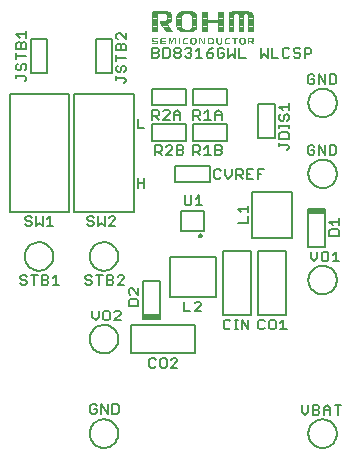
<source format=gto>
G75*
G70*
%OFA0B0*%
%FSLAX24Y24*%
%IPPOS*%
%LPD*%
%AMOC8*
5,1,8,0,0,1.08239X$1,22.5*
%
%ADD10C,0.0070*%
%ADD11C,0.0079*%
%ADD12C,0.0039*%
D10*
X002890Y001888D02*
X002944Y001834D01*
X003052Y001834D01*
X003106Y001888D01*
X003106Y001996D01*
X002998Y001996D01*
X003106Y002104D02*
X003052Y002158D01*
X002944Y002158D01*
X002890Y002104D01*
X002890Y001888D01*
X003252Y001834D02*
X003252Y002158D01*
X003468Y001834D01*
X003468Y002158D01*
X003615Y002158D02*
X003615Y001834D01*
X003777Y001834D01*
X003831Y001888D01*
X003831Y002104D01*
X003777Y002158D01*
X003615Y002158D01*
X004853Y003435D02*
X004907Y003381D01*
X005015Y003381D01*
X005069Y003435D01*
X005215Y003435D02*
X005269Y003381D01*
X005377Y003381D01*
X005431Y003435D01*
X005431Y003651D01*
X005377Y003705D01*
X005269Y003705D01*
X005215Y003651D01*
X005215Y003435D01*
X005069Y003651D02*
X005015Y003705D01*
X004907Y003705D01*
X004853Y003651D01*
X004853Y003435D01*
X005578Y003381D02*
X005794Y003597D01*
X005794Y003651D01*
X005740Y003705D01*
X005632Y003705D01*
X005578Y003651D01*
X005578Y003381D02*
X005794Y003381D01*
X007336Y004715D02*
X007390Y004661D01*
X007498Y004661D01*
X007552Y004715D01*
X007699Y004661D02*
X007806Y004661D01*
X007752Y004661D02*
X007752Y004985D01*
X007699Y004985D02*
X007806Y004985D01*
X007940Y004985D02*
X007940Y004661D01*
X008156Y004661D02*
X007940Y004985D01*
X008156Y004985D02*
X008156Y004661D01*
X008495Y004715D02*
X008495Y004931D01*
X008549Y004985D01*
X008657Y004985D01*
X008711Y004931D01*
X008857Y004931D02*
X008857Y004715D01*
X008911Y004661D01*
X009019Y004661D01*
X009073Y004715D01*
X009073Y004931D01*
X009019Y004985D01*
X008911Y004985D01*
X008857Y004931D01*
X008711Y004715D02*
X008657Y004661D01*
X008549Y004661D01*
X008495Y004715D01*
X009220Y004661D02*
X009436Y004661D01*
X009328Y004661D02*
X009328Y004985D01*
X009220Y004877D01*
X007552Y004931D02*
X007498Y004985D01*
X007390Y004985D01*
X007336Y004931D01*
X007336Y004715D01*
X006581Y005252D02*
X006365Y005252D01*
X006581Y005468D01*
X006581Y005521D01*
X006527Y005576D01*
X006419Y005576D01*
X006365Y005521D01*
X006219Y005252D02*
X006003Y005252D01*
X006003Y005576D01*
X004493Y005610D02*
X004493Y005448D01*
X004169Y005448D01*
X004169Y005610D01*
X004223Y005664D01*
X004439Y005664D01*
X004493Y005610D01*
X004493Y005811D02*
X004277Y006027D01*
X004223Y006027D01*
X004169Y005973D01*
X004169Y005865D01*
X004223Y005811D01*
X004493Y005811D02*
X004493Y006027D01*
X004022Y006137D02*
X003806Y006137D01*
X004022Y006353D01*
X004022Y006407D01*
X003968Y006461D01*
X003860Y006461D01*
X003806Y006407D01*
X003660Y006407D02*
X003660Y006353D01*
X003606Y006299D01*
X003444Y006299D01*
X003444Y006137D02*
X003444Y006461D01*
X003606Y006461D01*
X003660Y006407D01*
X003606Y006299D02*
X003660Y006245D01*
X003660Y006191D01*
X003606Y006137D01*
X003444Y006137D01*
X003189Y006137D02*
X003189Y006461D01*
X003081Y006461D02*
X003297Y006461D01*
X002935Y006407D02*
X002881Y006461D01*
X002773Y006461D01*
X002719Y006407D01*
X002719Y006353D01*
X002773Y006299D01*
X002881Y006299D01*
X002935Y006245D01*
X002935Y006191D01*
X002881Y006137D01*
X002773Y006137D01*
X002719Y006191D01*
X001857Y006137D02*
X001641Y006137D01*
X001749Y006137D02*
X001749Y006461D01*
X001641Y006353D01*
X001494Y006353D02*
X001440Y006299D01*
X001278Y006299D01*
X001278Y006137D02*
X001278Y006461D01*
X001440Y006461D01*
X001494Y006407D01*
X001494Y006353D01*
X001440Y006299D02*
X001494Y006245D01*
X001494Y006191D01*
X001440Y006137D01*
X001278Y006137D01*
X001024Y006137D02*
X001024Y006461D01*
X000916Y006461D02*
X001132Y006461D01*
X000769Y006407D02*
X000715Y006461D01*
X000607Y006461D01*
X000553Y006407D01*
X000553Y006353D01*
X000607Y006299D01*
X000715Y006299D01*
X000769Y006245D01*
X000769Y006191D01*
X000715Y006137D01*
X000607Y006137D01*
X000553Y006191D01*
X000773Y008106D02*
X000719Y008160D01*
X000773Y008106D02*
X000881Y008106D01*
X000935Y008160D01*
X000935Y008214D01*
X000881Y008268D01*
X000773Y008268D01*
X000719Y008322D01*
X000719Y008376D01*
X000773Y008430D01*
X000881Y008430D01*
X000935Y008376D01*
X001082Y008430D02*
X001082Y008106D01*
X001190Y008214D01*
X001298Y008106D01*
X001298Y008430D01*
X001444Y008322D02*
X001552Y008430D01*
X001552Y008106D01*
X001444Y008106D02*
X001660Y008106D01*
X002786Y008160D02*
X002840Y008106D01*
X002948Y008106D01*
X003002Y008160D01*
X003002Y008214D01*
X002948Y008268D01*
X002840Y008268D01*
X002786Y008322D01*
X002786Y008376D01*
X002840Y008430D01*
X002948Y008430D01*
X003002Y008376D01*
X003149Y008430D02*
X003149Y008106D01*
X003257Y008214D01*
X003365Y008106D01*
X003365Y008430D01*
X003511Y008376D02*
X003565Y008430D01*
X003673Y008430D01*
X003727Y008376D01*
X003727Y008322D01*
X003511Y008106D01*
X003727Y008106D01*
X004464Y009385D02*
X004464Y009709D01*
X004464Y009547D02*
X004680Y009547D01*
X004680Y009709D02*
X004680Y009385D01*
X005050Y010468D02*
X005050Y010792D01*
X005212Y010792D01*
X005266Y010738D01*
X005266Y010630D01*
X005212Y010576D01*
X005050Y010576D01*
X005158Y010576D02*
X005266Y010468D01*
X005412Y010468D02*
X005628Y010684D01*
X005628Y010738D01*
X005574Y010792D01*
X005466Y010792D01*
X005412Y010738D01*
X005412Y010468D02*
X005628Y010468D01*
X005775Y010468D02*
X005937Y010468D01*
X005991Y010522D01*
X005991Y010576D01*
X005937Y010630D01*
X005775Y010630D01*
X005937Y010630D02*
X005991Y010684D01*
X005991Y010738D01*
X005937Y010792D01*
X005775Y010792D01*
X005775Y010468D01*
X006329Y010468D02*
X006329Y010792D01*
X006491Y010792D01*
X006545Y010738D01*
X006545Y010630D01*
X006491Y010576D01*
X006329Y010576D01*
X006437Y010576D02*
X006545Y010468D01*
X006692Y010468D02*
X006908Y010468D01*
X006800Y010468D02*
X006800Y010792D01*
X006692Y010684D01*
X007054Y010630D02*
X007216Y010630D01*
X007270Y010576D01*
X007270Y010522D01*
X007216Y010468D01*
X007054Y010468D01*
X007054Y010792D01*
X007216Y010792D01*
X007270Y010738D01*
X007270Y010684D01*
X007216Y010630D01*
X007185Y010005D02*
X007077Y010005D01*
X007023Y009951D01*
X007023Y009735D01*
X007077Y009681D01*
X007185Y009681D01*
X007239Y009735D01*
X007386Y009789D02*
X007494Y009681D01*
X007602Y009789D01*
X007602Y010005D01*
X007748Y010005D02*
X007910Y010005D01*
X007964Y009951D01*
X007964Y009843D01*
X007910Y009789D01*
X007748Y009789D01*
X007856Y009789D02*
X007964Y009681D01*
X008111Y009681D02*
X008111Y010005D01*
X008327Y010005D01*
X008473Y010005D02*
X008473Y009681D01*
X008327Y009681D02*
X008111Y009681D01*
X008111Y009843D02*
X008219Y009843D01*
X008473Y009843D02*
X008581Y009843D01*
X008473Y010005D02*
X008689Y010005D01*
X009188Y010754D02*
X009188Y010862D01*
X009188Y010808D02*
X009458Y010808D01*
X009512Y010754D01*
X009512Y010700D01*
X009458Y010646D01*
X009512Y011009D02*
X009188Y011009D01*
X009188Y011171D01*
X009242Y011225D01*
X009458Y011225D01*
X009512Y011171D01*
X009512Y011009D01*
X009512Y011371D02*
X009512Y011479D01*
X009512Y011425D02*
X009188Y011425D01*
X009188Y011371D02*
X009188Y011479D01*
X009242Y011613D02*
X009188Y011667D01*
X009188Y011775D01*
X009242Y011829D01*
X009350Y011775D02*
X009404Y011829D01*
X009458Y011829D01*
X009512Y011775D01*
X009512Y011667D01*
X009458Y011613D01*
X009350Y011667D02*
X009350Y011775D01*
X009350Y011667D02*
X009296Y011613D01*
X009242Y011613D01*
X009296Y011976D02*
X009188Y012084D01*
X009512Y012084D01*
X009512Y012191D02*
X009512Y011976D01*
X010196Y012830D02*
X010304Y012830D01*
X010358Y012884D01*
X010358Y012992D01*
X010250Y012992D01*
X010358Y013100D02*
X010304Y013154D01*
X010196Y013154D01*
X010142Y013100D01*
X010142Y012884D01*
X010196Y012830D01*
X010504Y012830D02*
X010504Y013154D01*
X010720Y012830D01*
X010720Y013154D01*
X010867Y013154D02*
X011029Y013154D01*
X011083Y013100D01*
X011083Y012884D01*
X011029Y012830D01*
X010867Y012830D01*
X010867Y013154D01*
X010193Y013824D02*
X010031Y013824D01*
X010031Y013716D02*
X010031Y014040D01*
X010193Y014040D01*
X010247Y013986D01*
X010247Y013878D01*
X010193Y013824D01*
X009884Y013824D02*
X009830Y013878D01*
X009722Y013878D01*
X009669Y013932D01*
X009669Y013986D01*
X009722Y014040D01*
X009830Y014040D01*
X009884Y013986D01*
X009884Y013824D02*
X009884Y013770D01*
X009830Y013716D01*
X009722Y013716D01*
X009669Y013770D01*
X009522Y013770D02*
X009468Y013716D01*
X009360Y013716D01*
X009306Y013770D01*
X009306Y013986D01*
X009360Y014040D01*
X009468Y014040D01*
X009522Y013986D01*
X009160Y013716D02*
X008944Y013716D01*
X008944Y014040D01*
X008797Y014040D02*
X008797Y013716D01*
X008689Y013824D01*
X008581Y013716D01*
X008581Y014040D01*
X008072Y013716D02*
X007856Y013716D01*
X007856Y014040D01*
X007710Y014040D02*
X007710Y013716D01*
X007602Y013824D01*
X007494Y013716D01*
X007494Y014040D01*
X007347Y013986D02*
X007293Y014040D01*
X007185Y014040D01*
X007131Y013986D01*
X007131Y013770D01*
X007185Y013716D01*
X007293Y013716D01*
X007347Y013770D01*
X007347Y013878D01*
X007239Y013878D01*
X006985Y013824D02*
X006931Y013878D01*
X006769Y013878D01*
X006769Y013770D01*
X006823Y013716D01*
X006931Y013716D01*
X006985Y013770D01*
X006985Y013824D01*
X006877Y013986D02*
X006769Y013878D01*
X006877Y013986D02*
X006985Y014040D01*
X006514Y014040D02*
X006514Y013716D01*
X006406Y013716D02*
X006622Y013716D01*
X006406Y013932D02*
X006514Y014040D01*
X006260Y013986D02*
X006260Y013932D01*
X006206Y013878D01*
X006260Y013824D01*
X006260Y013770D01*
X006206Y013716D01*
X006098Y013716D01*
X006044Y013770D01*
X005897Y013770D02*
X005843Y013716D01*
X005735Y013716D01*
X005681Y013770D01*
X005681Y013824D01*
X005735Y013878D01*
X005843Y013878D01*
X005897Y013824D01*
X005897Y013770D01*
X005843Y013878D02*
X005897Y013932D01*
X005897Y013986D01*
X005843Y014040D01*
X005735Y014040D01*
X005681Y013986D01*
X005681Y013932D01*
X005735Y013878D01*
X005535Y013770D02*
X005535Y013986D01*
X005481Y014040D01*
X005319Y014040D01*
X005319Y013716D01*
X005481Y013716D01*
X005535Y013770D01*
X006044Y013986D02*
X006098Y014040D01*
X006206Y014040D01*
X006260Y013986D01*
X006206Y013878D02*
X006152Y013878D01*
X005172Y013824D02*
X005172Y013770D01*
X005118Y013716D01*
X004956Y013716D01*
X004956Y014040D01*
X005118Y014040D01*
X005172Y013986D01*
X005172Y013932D01*
X005118Y013878D01*
X004956Y013878D01*
X005118Y013878D02*
X005172Y013824D01*
X004079Y013703D02*
X003755Y013703D01*
X003755Y013595D02*
X003755Y013811D01*
X003755Y013957D02*
X003755Y014119D01*
X003809Y014173D01*
X003863Y014173D01*
X003917Y014119D01*
X003917Y013957D01*
X004079Y013957D02*
X003755Y013957D01*
X003917Y014119D02*
X003971Y014173D01*
X004025Y014173D01*
X004079Y014119D01*
X004079Y013957D01*
X004079Y014320D02*
X003863Y014536D01*
X003809Y014536D01*
X003755Y014482D01*
X003755Y014374D01*
X003809Y014320D01*
X004079Y014320D02*
X004079Y014536D01*
X004025Y013448D02*
X004079Y013394D01*
X004079Y013286D01*
X004025Y013232D01*
X003917Y013286D02*
X003917Y013394D01*
X003971Y013448D01*
X004025Y013448D01*
X003917Y013286D02*
X003863Y013232D01*
X003809Y013232D01*
X003755Y013286D01*
X003755Y013394D01*
X003809Y013448D01*
X003755Y013086D02*
X003755Y012978D01*
X003755Y013032D02*
X004025Y013032D01*
X004079Y012978D01*
X004079Y012924D01*
X004025Y012870D01*
X004951Y011973D02*
X005113Y011973D01*
X005167Y011919D01*
X005167Y011811D01*
X005113Y011757D01*
X004951Y011757D01*
X004951Y011649D02*
X004951Y011973D01*
X005059Y011757D02*
X005167Y011649D01*
X005314Y011649D02*
X005530Y011865D01*
X005530Y011919D01*
X005476Y011973D01*
X005368Y011973D01*
X005314Y011919D01*
X005314Y011649D02*
X005530Y011649D01*
X005676Y011649D02*
X005676Y011865D01*
X005784Y011973D01*
X005892Y011865D01*
X005892Y011649D01*
X005892Y011811D02*
X005676Y011811D01*
X006329Y011757D02*
X006491Y011757D01*
X006545Y011811D01*
X006545Y011919D01*
X006491Y011973D01*
X006329Y011973D01*
X006329Y011649D01*
X006437Y011757D02*
X006545Y011649D01*
X006692Y011649D02*
X006908Y011649D01*
X006800Y011649D02*
X006800Y011973D01*
X006692Y011865D01*
X007054Y011865D02*
X007054Y011649D01*
X007054Y011811D02*
X007270Y011811D01*
X007270Y011865D02*
X007270Y011649D01*
X007270Y011865D02*
X007162Y011973D01*
X007054Y011865D01*
X007185Y010005D02*
X007239Y009951D01*
X007386Y010005D02*
X007386Y009789D01*
X007748Y009681D02*
X007748Y010005D01*
X006509Y009119D02*
X006509Y008795D01*
X006401Y008795D02*
X006617Y008795D01*
X006401Y009011D02*
X006509Y009119D01*
X006255Y009119D02*
X006255Y008849D01*
X006201Y008795D01*
X006093Y008795D01*
X006039Y008849D01*
X006039Y009119D01*
X007810Y008675D02*
X007918Y008567D01*
X007810Y008675D02*
X008134Y008675D01*
X008134Y008567D02*
X008134Y008783D01*
X008134Y008420D02*
X008134Y008204D01*
X007810Y008204D01*
X010240Y007249D02*
X010240Y007033D01*
X010348Y006925D01*
X010456Y007033D01*
X010456Y007249D01*
X010602Y007195D02*
X010656Y007249D01*
X010764Y007249D01*
X010818Y007195D01*
X010818Y006979D01*
X010764Y006925D01*
X010656Y006925D01*
X010602Y006979D01*
X010602Y007195D01*
X010965Y007141D02*
X011073Y007249D01*
X011073Y006925D01*
X010965Y006925D02*
X011181Y006925D01*
X011185Y007775D02*
X010861Y007775D01*
X010861Y007937D01*
X010916Y007991D01*
X011131Y007991D01*
X011185Y007937D01*
X011185Y007775D01*
X011185Y008137D02*
X011185Y008353D01*
X011185Y008245D02*
X010861Y008245D01*
X010969Y008137D01*
X011029Y010468D02*
X010867Y010468D01*
X010867Y010792D01*
X011029Y010792D01*
X011083Y010738D01*
X011083Y010522D01*
X011029Y010468D01*
X010720Y010468D02*
X010720Y010792D01*
X010504Y010792D02*
X010720Y010468D01*
X010504Y010468D02*
X010504Y010792D01*
X010358Y010738D02*
X010304Y010792D01*
X010196Y010792D01*
X010142Y010738D01*
X010142Y010522D01*
X010196Y010468D01*
X010304Y010468D01*
X010358Y010522D01*
X010358Y010630D01*
X010250Y010630D01*
X004680Y011354D02*
X004464Y011354D01*
X004464Y011678D01*
X000752Y012983D02*
X000752Y013037D01*
X000698Y013091D01*
X000428Y013091D01*
X000428Y013037D02*
X000428Y013145D01*
X000482Y013291D02*
X000536Y013291D01*
X000590Y013345D01*
X000590Y013453D01*
X000644Y013507D01*
X000698Y013507D01*
X000752Y013453D01*
X000752Y013345D01*
X000698Y013291D01*
X000482Y013291D02*
X000428Y013345D01*
X000428Y013453D01*
X000482Y013507D01*
X000428Y013654D02*
X000428Y013870D01*
X000428Y013762D02*
X000752Y013762D01*
X000752Y014016D02*
X000428Y014016D01*
X000428Y014178D01*
X000482Y014232D01*
X000536Y014232D01*
X000590Y014178D01*
X000590Y014016D01*
X000590Y014178D02*
X000644Y014232D01*
X000698Y014232D01*
X000752Y014178D01*
X000752Y014016D01*
X000752Y014379D02*
X000752Y014595D01*
X000752Y014487D02*
X000428Y014487D01*
X000536Y014379D01*
X000752Y012983D02*
X000698Y012929D01*
X002957Y005280D02*
X002957Y005064D01*
X003065Y004956D01*
X003173Y005064D01*
X003173Y005280D01*
X003319Y005226D02*
X003319Y005010D01*
X003373Y004956D01*
X003481Y004956D01*
X003535Y005010D01*
X003535Y005226D01*
X003481Y005280D01*
X003373Y005280D01*
X003319Y005226D01*
X003681Y005226D02*
X003735Y005280D01*
X003843Y005280D01*
X003897Y005226D01*
X003897Y005172D01*
X003681Y004956D01*
X003897Y004956D01*
X009945Y002131D02*
X009945Y001915D01*
X010053Y001807D01*
X010161Y001915D01*
X010161Y002131D01*
X010307Y002131D02*
X010469Y002131D01*
X010523Y002077D01*
X010523Y002023D01*
X010469Y001969D01*
X010307Y001969D01*
X010307Y001807D02*
X010307Y002131D01*
X010469Y001969D02*
X010523Y001915D01*
X010523Y001861D01*
X010469Y001807D01*
X010307Y001807D01*
X010670Y001807D02*
X010670Y002023D01*
X010778Y002131D01*
X010886Y002023D01*
X010886Y001807D01*
X010886Y001969D02*
X010670Y001969D01*
X011032Y002131D02*
X011248Y002131D01*
X011140Y002131D02*
X011140Y001807D01*
D11*
X010156Y001181D02*
X010158Y001224D01*
X010164Y001267D01*
X010174Y001309D01*
X010187Y001350D01*
X010204Y001389D01*
X010225Y001427D01*
X010249Y001463D01*
X010276Y001497D01*
X010306Y001527D01*
X010339Y001555D01*
X010375Y001580D01*
X010412Y001602D01*
X010451Y001620D01*
X010492Y001634D01*
X010534Y001645D01*
X010576Y001652D01*
X010619Y001655D01*
X010662Y001654D01*
X010705Y001649D01*
X010747Y001640D01*
X010789Y001628D01*
X010829Y001611D01*
X010867Y001591D01*
X010903Y001568D01*
X010937Y001542D01*
X010969Y001512D01*
X010998Y001480D01*
X011023Y001445D01*
X011046Y001409D01*
X011065Y001370D01*
X011080Y001330D01*
X011092Y001288D01*
X011100Y001246D01*
X011104Y001203D01*
X011104Y001159D01*
X011100Y001116D01*
X011092Y001074D01*
X011080Y001032D01*
X011065Y000992D01*
X011046Y000953D01*
X011023Y000917D01*
X010998Y000882D01*
X010969Y000850D01*
X010937Y000820D01*
X010903Y000794D01*
X010867Y000771D01*
X010829Y000751D01*
X010789Y000734D01*
X010747Y000722D01*
X010705Y000713D01*
X010662Y000708D01*
X010619Y000707D01*
X010576Y000710D01*
X010534Y000717D01*
X010492Y000728D01*
X010451Y000742D01*
X010412Y000760D01*
X010375Y000782D01*
X010339Y000807D01*
X010306Y000835D01*
X010276Y000865D01*
X010249Y000899D01*
X010225Y000935D01*
X010204Y000973D01*
X010187Y001012D01*
X010174Y001053D01*
X010164Y001095D01*
X010158Y001138D01*
X010156Y001181D01*
X006378Y003858D02*
X006378Y004803D01*
X004252Y004803D01*
X004252Y003858D01*
X006378Y003858D01*
X005197Y005000D02*
X005197Y006142D01*
X005197Y006181D01*
X005197Y006280D01*
X004646Y006280D01*
X004646Y006181D01*
X004646Y006142D01*
X004646Y005000D01*
X005197Y005000D01*
X005197Y005039D02*
X005197Y006142D01*
X005197Y006181D01*
X005197Y006142D02*
X005197Y005138D01*
X004646Y005138D01*
X004646Y006142D01*
X004646Y005039D01*
X005197Y005039D01*
X005197Y005079D02*
X004646Y005079D01*
X004646Y005118D02*
X005197Y005118D01*
X005531Y005728D02*
X005531Y007067D01*
X007067Y007067D01*
X007067Y005728D01*
X005531Y005728D01*
X004646Y006142D02*
X004646Y006181D01*
X002872Y007087D02*
X002874Y007130D01*
X002880Y007173D01*
X002890Y007215D01*
X002903Y007256D01*
X002920Y007295D01*
X002941Y007333D01*
X002965Y007369D01*
X002992Y007403D01*
X003022Y007433D01*
X003055Y007461D01*
X003091Y007486D01*
X003128Y007508D01*
X003167Y007526D01*
X003208Y007540D01*
X003250Y007551D01*
X003292Y007558D01*
X003335Y007561D01*
X003378Y007560D01*
X003421Y007555D01*
X003463Y007546D01*
X003505Y007534D01*
X003545Y007517D01*
X003583Y007497D01*
X003619Y007474D01*
X003653Y007448D01*
X003685Y007418D01*
X003714Y007386D01*
X003739Y007351D01*
X003762Y007315D01*
X003781Y007276D01*
X003796Y007236D01*
X003808Y007194D01*
X003816Y007152D01*
X003820Y007109D01*
X003820Y007065D01*
X003816Y007022D01*
X003808Y006980D01*
X003796Y006938D01*
X003781Y006898D01*
X003762Y006859D01*
X003739Y006823D01*
X003714Y006788D01*
X003685Y006756D01*
X003653Y006726D01*
X003619Y006700D01*
X003583Y006677D01*
X003545Y006657D01*
X003505Y006640D01*
X003463Y006628D01*
X003421Y006619D01*
X003378Y006614D01*
X003335Y006613D01*
X003292Y006616D01*
X003250Y006623D01*
X003208Y006634D01*
X003167Y006648D01*
X003128Y006666D01*
X003091Y006688D01*
X003055Y006713D01*
X003022Y006741D01*
X002992Y006771D01*
X002965Y006805D01*
X002941Y006841D01*
X002920Y006879D01*
X002903Y006918D01*
X002890Y006959D01*
X002880Y007001D01*
X002874Y007044D01*
X002872Y007087D01*
X002362Y008563D02*
X002362Y012500D01*
X004331Y012500D01*
X004331Y008563D01*
X002362Y008563D01*
X002165Y008563D02*
X000197Y008563D01*
X000197Y012500D01*
X002165Y012500D01*
X002165Y008563D01*
X000707Y007087D02*
X000709Y007130D01*
X000715Y007173D01*
X000725Y007215D01*
X000738Y007256D01*
X000755Y007295D01*
X000776Y007333D01*
X000800Y007369D01*
X000827Y007403D01*
X000857Y007433D01*
X000890Y007461D01*
X000926Y007486D01*
X000963Y007508D01*
X001002Y007526D01*
X001043Y007540D01*
X001085Y007551D01*
X001127Y007558D01*
X001170Y007561D01*
X001213Y007560D01*
X001256Y007555D01*
X001298Y007546D01*
X001340Y007534D01*
X001380Y007517D01*
X001418Y007497D01*
X001454Y007474D01*
X001488Y007448D01*
X001520Y007418D01*
X001549Y007386D01*
X001574Y007351D01*
X001597Y007315D01*
X001616Y007276D01*
X001631Y007236D01*
X001643Y007194D01*
X001651Y007152D01*
X001655Y007109D01*
X001655Y007065D01*
X001651Y007022D01*
X001643Y006980D01*
X001631Y006938D01*
X001616Y006898D01*
X001597Y006859D01*
X001574Y006823D01*
X001549Y006788D01*
X001520Y006756D01*
X001488Y006726D01*
X001454Y006700D01*
X001418Y006677D01*
X001380Y006657D01*
X001340Y006640D01*
X001298Y006628D01*
X001256Y006619D01*
X001213Y006614D01*
X001170Y006613D01*
X001127Y006616D01*
X001085Y006623D01*
X001043Y006634D01*
X001002Y006648D01*
X000963Y006666D01*
X000926Y006688D01*
X000890Y006713D01*
X000857Y006741D01*
X000827Y006771D01*
X000800Y006805D01*
X000776Y006841D01*
X000755Y006879D01*
X000738Y006918D01*
X000725Y006959D01*
X000715Y007001D01*
X000709Y007044D01*
X000707Y007087D01*
X002872Y004331D02*
X002874Y004374D01*
X002880Y004417D01*
X002890Y004459D01*
X002903Y004500D01*
X002920Y004539D01*
X002941Y004577D01*
X002965Y004613D01*
X002992Y004647D01*
X003022Y004677D01*
X003055Y004705D01*
X003091Y004730D01*
X003128Y004752D01*
X003167Y004770D01*
X003208Y004784D01*
X003250Y004795D01*
X003292Y004802D01*
X003335Y004805D01*
X003378Y004804D01*
X003421Y004799D01*
X003463Y004790D01*
X003505Y004778D01*
X003545Y004761D01*
X003583Y004741D01*
X003619Y004718D01*
X003653Y004692D01*
X003685Y004662D01*
X003714Y004630D01*
X003739Y004595D01*
X003762Y004559D01*
X003781Y004520D01*
X003796Y004480D01*
X003808Y004438D01*
X003816Y004396D01*
X003820Y004353D01*
X003820Y004309D01*
X003816Y004266D01*
X003808Y004224D01*
X003796Y004182D01*
X003781Y004142D01*
X003762Y004103D01*
X003739Y004067D01*
X003714Y004032D01*
X003685Y004000D01*
X003653Y003970D01*
X003619Y003944D01*
X003583Y003921D01*
X003545Y003901D01*
X003505Y003884D01*
X003463Y003872D01*
X003421Y003863D01*
X003378Y003858D01*
X003335Y003857D01*
X003292Y003860D01*
X003250Y003867D01*
X003208Y003878D01*
X003167Y003892D01*
X003128Y003910D01*
X003091Y003932D01*
X003055Y003957D01*
X003022Y003985D01*
X002992Y004015D01*
X002965Y004049D01*
X002941Y004085D01*
X002920Y004123D01*
X002903Y004162D01*
X002890Y004203D01*
X002880Y004245D01*
X002874Y004288D01*
X002872Y004331D01*
X002872Y001181D02*
X002874Y001224D01*
X002880Y001267D01*
X002890Y001309D01*
X002903Y001350D01*
X002920Y001389D01*
X002941Y001427D01*
X002965Y001463D01*
X002992Y001497D01*
X003022Y001527D01*
X003055Y001555D01*
X003091Y001580D01*
X003128Y001602D01*
X003167Y001620D01*
X003208Y001634D01*
X003250Y001645D01*
X003292Y001652D01*
X003335Y001655D01*
X003378Y001654D01*
X003421Y001649D01*
X003463Y001640D01*
X003505Y001628D01*
X003545Y001611D01*
X003583Y001591D01*
X003619Y001568D01*
X003653Y001542D01*
X003685Y001512D01*
X003714Y001480D01*
X003739Y001445D01*
X003762Y001409D01*
X003781Y001370D01*
X003796Y001330D01*
X003808Y001288D01*
X003816Y001246D01*
X003820Y001203D01*
X003820Y001159D01*
X003816Y001116D01*
X003808Y001074D01*
X003796Y001032D01*
X003781Y000992D01*
X003762Y000953D01*
X003739Y000917D01*
X003714Y000882D01*
X003685Y000850D01*
X003653Y000820D01*
X003619Y000794D01*
X003583Y000771D01*
X003545Y000751D01*
X003505Y000734D01*
X003463Y000722D01*
X003421Y000713D01*
X003378Y000708D01*
X003335Y000707D01*
X003292Y000710D01*
X003250Y000717D01*
X003208Y000728D01*
X003167Y000742D01*
X003128Y000760D01*
X003091Y000782D01*
X003055Y000807D01*
X003022Y000835D01*
X002992Y000865D01*
X002965Y000899D01*
X002941Y000935D01*
X002920Y000973D01*
X002903Y001012D01*
X002890Y001053D01*
X002880Y001095D01*
X002874Y001138D01*
X002872Y001181D01*
X007303Y005138D02*
X008248Y005138D01*
X008248Y007264D01*
X007303Y007264D01*
X007303Y005138D01*
X008484Y005138D02*
X009429Y005138D01*
X009429Y007264D01*
X008484Y007264D01*
X008484Y005138D01*
X010156Y006299D02*
X010158Y006342D01*
X010164Y006385D01*
X010174Y006427D01*
X010187Y006468D01*
X010204Y006507D01*
X010225Y006545D01*
X010249Y006581D01*
X010276Y006615D01*
X010306Y006645D01*
X010339Y006673D01*
X010375Y006698D01*
X010412Y006720D01*
X010451Y006738D01*
X010492Y006752D01*
X010534Y006763D01*
X010576Y006770D01*
X010619Y006773D01*
X010662Y006772D01*
X010705Y006767D01*
X010747Y006758D01*
X010789Y006746D01*
X010829Y006729D01*
X010867Y006709D01*
X010903Y006686D01*
X010937Y006660D01*
X010969Y006630D01*
X010998Y006598D01*
X011023Y006563D01*
X011046Y006527D01*
X011065Y006488D01*
X011080Y006448D01*
X011092Y006406D01*
X011100Y006364D01*
X011104Y006321D01*
X011104Y006277D01*
X011100Y006234D01*
X011092Y006192D01*
X011080Y006150D01*
X011065Y006110D01*
X011046Y006071D01*
X011023Y006035D01*
X010998Y006000D01*
X010969Y005968D01*
X010937Y005938D01*
X010903Y005912D01*
X010867Y005889D01*
X010829Y005869D01*
X010789Y005852D01*
X010747Y005840D01*
X010705Y005831D01*
X010662Y005826D01*
X010619Y005825D01*
X010576Y005828D01*
X010534Y005835D01*
X010492Y005846D01*
X010451Y005860D01*
X010412Y005878D01*
X010375Y005900D01*
X010339Y005925D01*
X010306Y005953D01*
X010276Y005983D01*
X010249Y006017D01*
X010225Y006053D01*
X010204Y006091D01*
X010187Y006130D01*
X010174Y006171D01*
X010164Y006213D01*
X010158Y006256D01*
X010156Y006299D01*
X010157Y007402D02*
X010709Y007402D01*
X010709Y007500D01*
X010709Y007539D01*
X010709Y008681D01*
X010157Y008681D01*
X010157Y007539D01*
X010157Y007500D01*
X010157Y007402D01*
X010157Y007500D02*
X010157Y007539D01*
X010157Y008642D01*
X010709Y008642D01*
X010709Y007539D01*
X010709Y008543D01*
X010157Y008543D01*
X010157Y007539D01*
X010709Y007539D02*
X010709Y007500D01*
X010709Y008563D02*
X010157Y008563D01*
X010157Y008602D02*
X010709Y008602D01*
X009626Y009232D02*
X009626Y007697D01*
X008287Y007697D01*
X008287Y009232D01*
X009626Y009232D01*
X010156Y009843D02*
X010158Y009886D01*
X010164Y009929D01*
X010174Y009971D01*
X010187Y010012D01*
X010204Y010051D01*
X010225Y010089D01*
X010249Y010125D01*
X010276Y010159D01*
X010306Y010189D01*
X010339Y010217D01*
X010375Y010242D01*
X010412Y010264D01*
X010451Y010282D01*
X010492Y010296D01*
X010534Y010307D01*
X010576Y010314D01*
X010619Y010317D01*
X010662Y010316D01*
X010705Y010311D01*
X010747Y010302D01*
X010789Y010290D01*
X010829Y010273D01*
X010867Y010253D01*
X010903Y010230D01*
X010937Y010204D01*
X010969Y010174D01*
X010998Y010142D01*
X011023Y010107D01*
X011046Y010071D01*
X011065Y010032D01*
X011080Y009992D01*
X011092Y009950D01*
X011100Y009908D01*
X011104Y009865D01*
X011104Y009821D01*
X011100Y009778D01*
X011092Y009736D01*
X011080Y009694D01*
X011065Y009654D01*
X011046Y009615D01*
X011023Y009579D01*
X010998Y009544D01*
X010969Y009512D01*
X010937Y009482D01*
X010903Y009456D01*
X010867Y009433D01*
X010829Y009413D01*
X010789Y009396D01*
X010747Y009384D01*
X010705Y009375D01*
X010662Y009370D01*
X010619Y009369D01*
X010576Y009372D01*
X010534Y009379D01*
X010492Y009390D01*
X010451Y009404D01*
X010412Y009422D01*
X010375Y009444D01*
X010339Y009469D01*
X010306Y009497D01*
X010276Y009527D01*
X010249Y009561D01*
X010225Y009597D01*
X010204Y009635D01*
X010187Y009674D01*
X010174Y009715D01*
X010164Y009757D01*
X010158Y009800D01*
X010156Y009843D01*
X009035Y011043D02*
X008484Y011043D01*
X008484Y012047D01*
X008484Y012087D01*
X008484Y012047D01*
X008484Y012087D02*
X008484Y012185D01*
X009035Y012185D01*
X009035Y012087D01*
X009035Y012047D01*
X009035Y012087D01*
X009035Y012047D02*
X009035Y011043D01*
X010156Y012205D02*
X010158Y012248D01*
X010164Y012291D01*
X010174Y012333D01*
X010187Y012374D01*
X010204Y012413D01*
X010225Y012451D01*
X010249Y012487D01*
X010276Y012521D01*
X010306Y012551D01*
X010339Y012579D01*
X010375Y012604D01*
X010412Y012626D01*
X010451Y012644D01*
X010492Y012658D01*
X010534Y012669D01*
X010576Y012676D01*
X010619Y012679D01*
X010662Y012678D01*
X010705Y012673D01*
X010747Y012664D01*
X010789Y012652D01*
X010829Y012635D01*
X010867Y012615D01*
X010903Y012592D01*
X010937Y012566D01*
X010969Y012536D01*
X010998Y012504D01*
X011023Y012469D01*
X011046Y012433D01*
X011065Y012394D01*
X011080Y012354D01*
X011092Y012312D01*
X011100Y012270D01*
X011104Y012227D01*
X011104Y012183D01*
X011100Y012140D01*
X011092Y012098D01*
X011080Y012056D01*
X011065Y012016D01*
X011046Y011977D01*
X011023Y011941D01*
X010998Y011906D01*
X010969Y011874D01*
X010937Y011844D01*
X010903Y011818D01*
X010867Y011795D01*
X010829Y011775D01*
X010789Y011758D01*
X010747Y011746D01*
X010705Y011737D01*
X010662Y011732D01*
X010619Y011731D01*
X010576Y011734D01*
X010534Y011741D01*
X010492Y011752D01*
X010451Y011766D01*
X010412Y011784D01*
X010375Y011806D01*
X010339Y011831D01*
X010306Y011859D01*
X010276Y011889D01*
X010249Y011923D01*
X010225Y011959D01*
X010204Y011997D01*
X010187Y012036D01*
X010174Y012077D01*
X010164Y012119D01*
X010158Y012162D01*
X010156Y012205D01*
X007461Y012126D02*
X007461Y012677D01*
X007362Y012677D01*
X007323Y012677D01*
X006319Y012677D01*
X006319Y012126D01*
X007323Y012126D01*
X007362Y012126D01*
X007461Y012126D01*
X007362Y012126D02*
X007323Y012126D01*
X007323Y012677D02*
X007362Y012677D01*
X007461Y011496D02*
X006457Y011496D01*
X006417Y011496D01*
X006319Y011496D01*
X006319Y010945D01*
X006417Y010945D01*
X006457Y010945D01*
X007461Y010945D01*
X007461Y011496D01*
X006457Y011496D02*
X006417Y011496D01*
X006083Y011496D02*
X006083Y010945D01*
X005984Y010945D01*
X005945Y010945D01*
X005984Y010945D01*
X005945Y010945D02*
X004941Y010945D01*
X004941Y011496D01*
X005945Y011496D01*
X005984Y011496D01*
X005945Y011496D01*
X005984Y011496D02*
X006083Y011496D01*
X006417Y010945D02*
X006457Y010945D01*
X006732Y010118D02*
X005728Y010118D01*
X005728Y009567D01*
X006732Y009567D01*
X006772Y009567D01*
X006870Y009567D01*
X006870Y010118D01*
X006772Y010118D01*
X006732Y010118D01*
X006772Y010118D01*
X006772Y009567D02*
X006732Y009567D01*
X006693Y008602D02*
X005906Y008602D01*
X005906Y007933D01*
X006693Y007933D01*
X006693Y008602D01*
X006511Y007776D02*
X006513Y007789D01*
X006519Y007801D01*
X006528Y007810D01*
X006539Y007817D01*
X006552Y007820D01*
X006565Y007819D01*
X006577Y007814D01*
X006587Y007806D01*
X006595Y007795D01*
X006599Y007783D01*
X006599Y007769D01*
X006595Y007757D01*
X006587Y007746D01*
X006577Y007738D01*
X006565Y007733D01*
X006552Y007732D01*
X006539Y007735D01*
X006528Y007742D01*
X006519Y007751D01*
X006513Y007763D01*
X006511Y007776D01*
X006083Y012126D02*
X005079Y012126D01*
X005039Y012126D01*
X005079Y012126D01*
X005039Y012126D02*
X004941Y012126D01*
X004941Y012677D01*
X005039Y012677D01*
X005079Y012677D01*
X005039Y012677D01*
X005079Y012677D02*
X006083Y012677D01*
X006083Y012126D01*
X003622Y013209D02*
X003071Y013209D01*
X003071Y014213D01*
X003071Y014252D01*
X003071Y014213D01*
X003071Y014252D02*
X003071Y014350D01*
X003622Y014350D01*
X003622Y014252D01*
X003622Y014213D01*
X003622Y014252D01*
X003622Y014213D02*
X003622Y013209D01*
X001457Y013209D02*
X000906Y013209D01*
X000906Y014213D01*
X000906Y014252D01*
X000906Y014213D01*
X000906Y014252D02*
X000906Y014350D01*
X001457Y014350D01*
X001457Y014252D01*
X001457Y014213D01*
X001457Y014252D01*
X001457Y014213D02*
X001457Y013209D01*
D12*
X004933Y014313D02*
X004933Y014324D01*
X004949Y014321D02*
X004949Y014316D01*
X004933Y014313D02*
X004935Y014303D01*
X004939Y014294D01*
X004947Y014286D01*
X004956Y014282D01*
X004966Y014280D01*
X004985Y014280D01*
X005062Y014280D01*
X005082Y014280D01*
X005092Y014278D01*
X005101Y014274D01*
X005108Y014267D01*
X005112Y014258D01*
X005114Y014248D01*
X005114Y014225D01*
X005112Y014215D01*
X005108Y014206D01*
X005101Y014199D01*
X005092Y014195D01*
X005082Y014193D01*
X005062Y014193D01*
X004949Y014193D01*
X005062Y014193D02*
X005073Y014195D01*
X005083Y014200D01*
X005091Y014208D01*
X005096Y014218D01*
X005098Y014229D01*
X005098Y014243D02*
X005096Y014254D01*
X005091Y014264D01*
X005083Y014272D01*
X005073Y014277D01*
X005062Y014279D01*
X004985Y014280D02*
X004974Y014282D01*
X004964Y014287D01*
X004956Y014295D01*
X004951Y014305D01*
X004949Y014316D01*
X004933Y014324D02*
X004935Y014335D01*
X004939Y014344D01*
X004947Y014352D01*
X004956Y014356D01*
X004967Y014358D01*
X004986Y014358D01*
X005098Y014358D01*
X004986Y014358D02*
X004976Y014357D01*
X004968Y014353D01*
X004960Y014347D01*
X004954Y014339D01*
X004950Y014331D01*
X004949Y014321D01*
X005217Y014298D02*
X005217Y014276D01*
X005366Y014276D01*
X005366Y014358D02*
X005295Y014358D01*
X005286Y014358D01*
X005295Y014358D02*
X005276Y014358D01*
X005286Y014358D02*
X005274Y014356D01*
X005263Y014352D01*
X005253Y014345D01*
X005246Y014335D01*
X005242Y014324D01*
X005240Y014312D01*
X005240Y014240D01*
X005217Y014251D02*
X005217Y014276D01*
X005216Y014251D02*
X005217Y014238D01*
X005222Y014225D01*
X005229Y014214D01*
X005238Y014205D01*
X005249Y014198D01*
X005262Y014193D01*
X005275Y014192D01*
X005275Y014193D02*
X005291Y014193D01*
X005288Y014193D01*
X005291Y014193D02*
X005366Y014193D01*
X005288Y014193D02*
X005276Y014195D01*
X005265Y014199D01*
X005255Y014207D01*
X005247Y014216D01*
X005243Y014228D01*
X005241Y014240D01*
X005217Y014298D02*
X005219Y014311D01*
X005223Y014324D01*
X005230Y014335D01*
X005240Y014345D01*
X005251Y014352D01*
X005264Y014356D01*
X005277Y014358D01*
X005500Y014358D02*
X005531Y014358D01*
X005594Y014193D01*
X005661Y014358D01*
X005697Y014358D01*
X005697Y014193D01*
X005831Y014193D02*
X005831Y014358D01*
X005846Y014358D02*
X005846Y014193D01*
X005972Y014244D02*
X005972Y014307D01*
X005988Y014302D02*
X005988Y014243D01*
X005973Y014244D02*
X005975Y014231D01*
X005980Y014218D01*
X005988Y014208D01*
X005999Y014200D01*
X006011Y014195D01*
X006024Y014193D01*
X006047Y014193D01*
X006038Y014193D01*
X006047Y014193D02*
X006114Y014193D01*
X006038Y014193D02*
X006025Y014195D01*
X006013Y014200D01*
X006003Y014208D01*
X005995Y014218D01*
X005990Y014230D01*
X005988Y014243D01*
X005973Y014307D02*
X005975Y014320D01*
X005980Y014332D01*
X005988Y014343D01*
X005999Y014351D01*
X006011Y014356D01*
X006024Y014358D01*
X006047Y014358D01*
X006045Y014358D01*
X006047Y014358D02*
X006114Y014358D01*
X006045Y014358D02*
X006030Y014356D01*
X006017Y014350D01*
X006005Y014342D01*
X005997Y014330D01*
X005991Y014317D01*
X005989Y014302D01*
X006217Y014290D02*
X006217Y014259D01*
X006232Y014245D02*
X006232Y014308D01*
X006233Y014321D01*
X006238Y014334D01*
X006245Y014345D01*
X006254Y014354D01*
X006265Y014361D01*
X006278Y014366D01*
X006291Y014367D01*
X006291Y014366D02*
X006299Y014366D01*
X006332Y014366D01*
X006328Y014366D02*
X006299Y014366D01*
X006293Y014366D01*
X006332Y014366D02*
X006345Y014365D01*
X006357Y014360D01*
X006368Y014353D01*
X006377Y014344D01*
X006384Y014333D01*
X006389Y014321D01*
X006390Y014308D01*
X006390Y014245D01*
X006406Y014260D02*
X006406Y014289D01*
X006405Y014304D01*
X006400Y014319D01*
X006393Y014332D01*
X006383Y014344D01*
X006371Y014354D01*
X006358Y014361D01*
X006343Y014366D01*
X006328Y014367D01*
X006293Y014366D02*
X006278Y014365D01*
X006264Y014360D01*
X006251Y014353D01*
X006239Y014344D01*
X006230Y014332D01*
X006223Y014319D01*
X006218Y014305D01*
X006217Y014290D01*
X006216Y014259D02*
X006217Y014245D01*
X006222Y014231D01*
X006228Y014218D01*
X006238Y014207D01*
X006249Y014197D01*
X006262Y014191D01*
X006276Y014186D01*
X006290Y014185D01*
X006295Y014185D01*
X006330Y014185D01*
X006295Y014185D01*
X006292Y014185D01*
X006279Y014187D01*
X006266Y014191D01*
X006255Y014198D01*
X006245Y014208D01*
X006238Y014219D01*
X006234Y014232D01*
X006232Y014245D01*
X006330Y014185D02*
X006343Y014187D01*
X006356Y014191D01*
X006367Y014198D01*
X006377Y014208D01*
X006384Y014219D01*
X006388Y014232D01*
X006390Y014245D01*
X006405Y014260D02*
X006404Y014245D01*
X006399Y014231D01*
X006392Y014218D01*
X006383Y014207D01*
X006372Y014198D01*
X006359Y014191D01*
X006345Y014186D01*
X006330Y014185D01*
X006516Y014193D02*
X006516Y014358D01*
X006524Y014358D01*
X006524Y014193D01*
X006654Y014193D02*
X006681Y014193D01*
X006681Y014358D01*
X006689Y014358D02*
X006689Y014193D01*
X006681Y014193D01*
X006654Y014193D02*
X006547Y014358D01*
X006524Y014358D01*
X006602Y014610D02*
X006768Y014610D01*
X006768Y014854D01*
X006770Y014869D01*
X006777Y014882D01*
X006787Y014892D01*
X006801Y014899D01*
X006815Y014902D01*
X007106Y014902D01*
X007121Y014899D01*
X007134Y014892D01*
X007144Y014882D01*
X007151Y014869D01*
X007154Y014854D01*
X007154Y014610D01*
X007311Y014610D01*
X007311Y015248D01*
X007154Y015248D01*
X007154Y015028D01*
X007151Y015013D01*
X007144Y015000D01*
X007134Y014989D01*
X007121Y014983D01*
X007106Y014980D01*
X006815Y014980D01*
X006800Y014983D01*
X006787Y014989D01*
X006777Y015000D01*
X006770Y015013D01*
X006768Y015028D01*
X006768Y015248D01*
X006602Y015248D01*
X006602Y014610D01*
X006602Y014635D02*
X006768Y014635D01*
X006768Y014672D02*
X006602Y014672D01*
X006602Y014710D02*
X006768Y014710D01*
X006768Y014748D02*
X006602Y014748D01*
X006602Y014786D02*
X006768Y014786D01*
X006768Y014824D02*
X006602Y014824D01*
X006602Y014862D02*
X006769Y014862D01*
X006805Y014900D02*
X006602Y014900D01*
X006602Y014938D02*
X007311Y014938D01*
X007311Y014976D02*
X006602Y014976D01*
X006602Y015014D02*
X006770Y015014D01*
X006768Y015052D02*
X006602Y015052D01*
X006602Y015090D02*
X006768Y015090D01*
X006768Y015127D02*
X006602Y015127D01*
X006602Y015165D02*
X006768Y015165D01*
X006768Y015203D02*
X006602Y015203D01*
X006602Y015241D02*
X006768Y015241D01*
X006424Y015127D02*
X006269Y015127D01*
X006272Y015122D02*
X006279Y015077D01*
X006280Y015031D01*
X006280Y014827D01*
X006272Y014736D01*
X006263Y014711D01*
X006248Y014688D01*
X006228Y014669D01*
X006204Y014658D01*
X006177Y014651D01*
X006150Y014650D01*
X006047Y014650D01*
X006013Y014654D01*
X005980Y014665D01*
X005961Y014677D01*
X005946Y014693D01*
X005933Y014711D01*
X005925Y014732D01*
X005918Y014777D01*
X005917Y014823D01*
X005917Y014949D01*
X005760Y014949D01*
X005760Y014768D01*
X005765Y014736D01*
X005777Y014707D01*
X005795Y014681D01*
X005820Y014655D01*
X005849Y014633D01*
X005882Y014618D01*
X005919Y014604D01*
X005957Y014596D01*
X005996Y014594D01*
X006197Y014594D01*
X006233Y014597D01*
X006269Y014605D01*
X006303Y014618D01*
X006339Y014632D01*
X006371Y014653D01*
X006398Y014681D01*
X006414Y014703D01*
X006425Y014729D01*
X006429Y014756D01*
X006429Y015094D01*
X006424Y015127D01*
X006412Y015158D01*
X006394Y015185D01*
X006368Y015208D01*
X006339Y015227D01*
X006307Y015240D01*
X006272Y015254D01*
X006235Y015262D01*
X006197Y015264D01*
X006004Y015264D01*
X005946Y015258D01*
X005890Y015240D01*
X005857Y015230D01*
X005828Y015212D01*
X005803Y015189D01*
X005782Y015161D01*
X005767Y015129D01*
X005760Y015094D01*
X005760Y014949D01*
X005917Y014949D01*
X005917Y015028D01*
X005925Y015114D01*
X005936Y015141D01*
X005954Y015164D01*
X005976Y015181D01*
X005997Y015192D01*
X006020Y015199D01*
X006043Y015201D01*
X006154Y015201D01*
X006180Y015199D01*
X006206Y015191D01*
X006228Y015177D01*
X006247Y015163D01*
X006262Y015144D01*
X006272Y015122D01*
X006277Y015090D02*
X006429Y015090D01*
X006429Y015052D02*
X006279Y015052D01*
X006280Y015014D02*
X006429Y015014D01*
X006429Y014976D02*
X006280Y014976D01*
X006280Y014938D02*
X006429Y014938D01*
X006429Y014900D02*
X006280Y014900D01*
X006280Y014862D02*
X006429Y014862D01*
X006429Y014824D02*
X006279Y014824D01*
X006276Y014786D02*
X006429Y014786D01*
X006428Y014748D02*
X006273Y014748D01*
X006263Y014710D02*
X006417Y014710D01*
X006390Y014672D02*
X006232Y014672D01*
X006228Y014597D02*
X005955Y014597D01*
X005969Y014672D02*
X005803Y014672D01*
X005775Y014710D02*
X005934Y014710D01*
X005923Y014748D02*
X005763Y014748D01*
X005760Y014786D02*
X005918Y014786D01*
X005917Y014824D02*
X005760Y014824D01*
X005760Y014862D02*
X005917Y014862D01*
X005917Y014900D02*
X005760Y014900D01*
X005760Y014938D02*
X005917Y014938D01*
X005917Y014976D02*
X005760Y014976D01*
X005760Y015014D02*
X005917Y015014D01*
X005919Y015052D02*
X005760Y015052D01*
X005760Y015090D02*
X005923Y015090D01*
X005931Y015127D02*
X005767Y015127D01*
X005785Y015165D02*
X005956Y015165D01*
X005893Y015241D02*
X006304Y015241D01*
X006374Y015203D02*
X005818Y015203D01*
X005591Y015133D02*
X005579Y015169D01*
X005560Y015199D01*
X005535Y015224D01*
X005510Y015240D01*
X005482Y015250D01*
X005453Y015256D01*
X005421Y015262D01*
X005390Y015264D01*
X005098Y015264D01*
X005019Y015260D01*
X004941Y015248D01*
X004941Y014610D01*
X005106Y014610D01*
X005106Y015157D01*
X005108Y015170D01*
X005115Y015183D01*
X005124Y015192D01*
X005137Y015199D01*
X005150Y015201D01*
X005327Y015201D01*
X005355Y015199D01*
X005381Y015191D01*
X005406Y015177D01*
X005421Y015165D01*
X005434Y015149D01*
X005442Y015130D01*
X005445Y015110D01*
X005445Y015031D01*
X005443Y015009D01*
X005437Y014988D01*
X005428Y014973D01*
X005416Y014959D01*
X005402Y014949D01*
X005376Y014936D01*
X005348Y014928D01*
X005319Y014925D01*
X005224Y014925D01*
X005224Y014862D01*
X005429Y014610D01*
X005610Y014610D01*
X005409Y014850D01*
X005409Y014878D01*
X005453Y014878D01*
X005483Y014881D01*
X005513Y014890D01*
X005539Y014906D01*
X005561Y014923D01*
X005579Y014945D01*
X005590Y014979D01*
X005594Y015016D01*
X005594Y015094D01*
X005591Y015133D01*
X005591Y015127D02*
X005442Y015127D01*
X005445Y015090D02*
X005594Y015090D01*
X005594Y015052D02*
X005445Y015052D01*
X005443Y015014D02*
X005594Y015014D01*
X005589Y014976D02*
X005430Y014976D01*
X005379Y014938D02*
X005573Y014938D01*
X005530Y014900D02*
X005224Y014900D01*
X005225Y014862D02*
X005409Y014862D01*
X005431Y014824D02*
X005255Y014824D01*
X005286Y014786D02*
X005463Y014786D01*
X005495Y014748D02*
X005317Y014748D01*
X005348Y014710D02*
X005527Y014710D01*
X005558Y014672D02*
X005379Y014672D01*
X005409Y014635D02*
X005590Y014635D01*
X005847Y014635D02*
X006344Y014635D01*
X006407Y015165D02*
X006244Y015165D01*
X005580Y015165D02*
X005420Y015165D01*
X005506Y015241D02*
X004941Y015241D01*
X004941Y015203D02*
X005556Y015203D01*
X005108Y015165D02*
X004941Y015165D01*
X004941Y015127D02*
X005106Y015127D01*
X005106Y015090D02*
X004941Y015090D01*
X004941Y015052D02*
X005106Y015052D01*
X005106Y015014D02*
X004941Y015014D01*
X004941Y014976D02*
X005106Y014976D01*
X005106Y014938D02*
X004941Y014938D01*
X004941Y014900D02*
X005106Y014900D01*
X005106Y014862D02*
X004941Y014862D01*
X004941Y014824D02*
X005106Y014824D01*
X005106Y014786D02*
X004941Y014786D01*
X004941Y014748D02*
X005106Y014748D01*
X005106Y014710D02*
X004941Y014710D01*
X004941Y014672D02*
X005106Y014672D01*
X005106Y014635D02*
X004941Y014635D01*
X005500Y014358D02*
X005500Y014193D01*
X006815Y014193D02*
X006886Y014193D01*
X006904Y014193D01*
X006917Y014193D02*
X006886Y014193D01*
X006904Y014193D02*
X006917Y014194D01*
X006930Y014199D01*
X006941Y014206D01*
X006951Y014216D01*
X006958Y014227D01*
X006963Y014240D01*
X006964Y014253D01*
X006965Y014253D02*
X006965Y014307D01*
X006980Y014304D02*
X006980Y014256D01*
X006978Y014242D01*
X006974Y014229D01*
X006966Y014217D01*
X006956Y014207D01*
X006944Y014199D01*
X006931Y014195D01*
X006917Y014193D01*
X006823Y014193D02*
X006823Y014366D01*
X006815Y014366D01*
X006815Y014193D01*
X006965Y014307D02*
X006964Y014320D01*
X006959Y014333D01*
X006952Y014344D01*
X006943Y014353D01*
X006932Y014360D01*
X006919Y014365D01*
X006906Y014366D01*
X006886Y014366D01*
X006823Y014366D01*
X006886Y014366D02*
X006918Y014366D01*
X006932Y014364D01*
X006945Y014360D01*
X006957Y014352D01*
X006966Y014343D01*
X006974Y014331D01*
X006978Y014318D01*
X006980Y014304D01*
X007091Y014358D02*
X007091Y014234D01*
X007106Y014231D02*
X007106Y014358D01*
X007091Y014234D02*
X007093Y014221D01*
X007098Y014209D01*
X007105Y014199D01*
X007116Y014192D01*
X007127Y014187D01*
X007140Y014185D01*
X007197Y014185D01*
X007201Y014185D01*
X007197Y014185D02*
X007152Y014185D01*
X007197Y014185D02*
X007208Y014185D01*
X007201Y014185D02*
X007213Y014187D01*
X007224Y014191D01*
X007234Y014199D01*
X007242Y014208D01*
X007246Y014220D01*
X007248Y014232D01*
X007248Y014358D01*
X007256Y014358D02*
X007256Y014233D01*
X007254Y014221D01*
X007250Y014209D01*
X007242Y014199D01*
X007232Y014191D01*
X007220Y014187D01*
X007208Y014185D01*
X007152Y014185D02*
X007140Y014187D01*
X007129Y014191D01*
X007119Y014198D01*
X007112Y014208D01*
X007108Y014219D01*
X007106Y014231D01*
X007366Y014244D02*
X007366Y014307D01*
X007382Y014302D02*
X007382Y014243D01*
X007366Y014244D02*
X007368Y014231D01*
X007373Y014218D01*
X007381Y014208D01*
X007392Y014200D01*
X007404Y014195D01*
X007417Y014193D01*
X007441Y014193D01*
X007432Y014193D01*
X007441Y014193D02*
X007508Y014193D01*
X007432Y014193D02*
X007419Y014195D01*
X007407Y014200D01*
X007397Y014208D01*
X007389Y014218D01*
X007384Y014230D01*
X007382Y014243D01*
X007366Y014307D02*
X007368Y014320D01*
X007373Y014332D01*
X007381Y014343D01*
X007392Y014351D01*
X007404Y014356D01*
X007417Y014358D01*
X007441Y014358D01*
X007438Y014358D01*
X007441Y014358D02*
X007508Y014358D01*
X007438Y014358D02*
X007423Y014356D01*
X007410Y014350D01*
X007398Y014342D01*
X007390Y014330D01*
X007384Y014317D01*
X007382Y014302D01*
X007610Y014358D02*
X007689Y014358D01*
X007689Y014193D01*
X007697Y014193D02*
X007697Y014358D01*
X007768Y014358D01*
X007697Y014358D02*
X007689Y014358D01*
X007854Y014290D02*
X007854Y014259D01*
X007870Y014245D02*
X007870Y014308D01*
X007871Y014321D01*
X007876Y014334D01*
X007883Y014345D01*
X007892Y014354D01*
X007903Y014361D01*
X007916Y014366D01*
X007929Y014367D01*
X007929Y014366D02*
X007937Y014366D01*
X007969Y014366D01*
X007966Y014366D02*
X007937Y014366D01*
X007931Y014366D01*
X007969Y014366D02*
X007982Y014365D01*
X007994Y014360D01*
X008005Y014353D01*
X008014Y014344D01*
X008021Y014333D01*
X008026Y014321D01*
X008027Y014308D01*
X008028Y014308D02*
X008028Y014245D01*
X008043Y014260D02*
X008043Y014289D01*
X008044Y014289D02*
X008043Y014304D01*
X008038Y014319D01*
X008031Y014332D01*
X008021Y014344D01*
X008009Y014354D01*
X007996Y014361D01*
X007981Y014366D01*
X007966Y014367D01*
X007931Y014366D02*
X007916Y014365D01*
X007902Y014360D01*
X007889Y014353D01*
X007877Y014344D01*
X007868Y014332D01*
X007861Y014319D01*
X007856Y014305D01*
X007855Y014290D01*
X007854Y014259D02*
X007855Y014245D01*
X007860Y014231D01*
X007866Y014218D01*
X007876Y014207D01*
X007887Y014197D01*
X007900Y014191D01*
X007914Y014186D01*
X007928Y014185D01*
X007933Y014185D01*
X007968Y014185D01*
X007933Y014185D01*
X007930Y014185D01*
X007917Y014187D01*
X007904Y014191D01*
X007893Y014198D01*
X007883Y014208D01*
X007876Y014219D01*
X007872Y014232D01*
X007870Y014245D01*
X007968Y014185D02*
X007981Y014187D01*
X007994Y014191D01*
X008005Y014198D01*
X008015Y014208D01*
X008022Y014219D01*
X008026Y014232D01*
X008028Y014245D01*
X008043Y014260D02*
X008042Y014245D01*
X008037Y014231D01*
X008030Y014218D01*
X008021Y014207D01*
X008010Y014198D01*
X007997Y014191D01*
X007983Y014186D01*
X007968Y014185D01*
X008146Y014193D02*
X008146Y014272D01*
X008154Y014272D01*
X008154Y014358D01*
X008240Y014358D01*
X008264Y014358D01*
X008279Y014358D02*
X008240Y014358D01*
X008264Y014359D02*
X008274Y014357D01*
X008283Y014353D01*
X008290Y014346D01*
X008294Y014337D01*
X008296Y014327D01*
X008295Y014327D02*
X008295Y014303D01*
X008311Y014303D02*
X008309Y014293D01*
X008305Y014285D01*
X008298Y014278D01*
X008290Y014274D01*
X008280Y014272D01*
X008248Y014272D01*
X008303Y014193D01*
X008295Y014193D02*
X008240Y014272D01*
X008264Y014272D01*
X008248Y014272D02*
X008240Y014272D01*
X008154Y014272D01*
X008154Y014193D01*
X008146Y014272D02*
X008146Y014358D01*
X008154Y014358D01*
X008264Y014271D02*
X008274Y014273D01*
X008283Y014277D01*
X008290Y014284D01*
X008294Y014293D01*
X008296Y014303D01*
X008311Y014303D02*
X008311Y014327D01*
X008309Y014337D01*
X008305Y014346D01*
X008298Y014353D01*
X008289Y014357D01*
X008279Y014359D01*
X008311Y014610D02*
X008311Y015083D01*
X008309Y015113D01*
X008301Y015142D01*
X008287Y015169D01*
X008273Y015191D01*
X008254Y015210D01*
X008232Y015224D01*
X008206Y015240D01*
X008176Y015251D01*
X008146Y015256D01*
X008109Y015262D01*
X008071Y015264D01*
X007705Y015264D01*
X007508Y015248D01*
X007508Y014610D01*
X007657Y014610D01*
X007657Y015145D01*
X007660Y015160D01*
X007667Y015173D01*
X007677Y015184D01*
X007690Y015191D01*
X007705Y015193D01*
X007783Y015193D01*
X007798Y015191D01*
X007811Y015184D01*
X007822Y015173D01*
X007828Y015160D01*
X007831Y015145D01*
X007831Y014610D01*
X007980Y014610D01*
X007980Y015144D01*
X007983Y015159D01*
X007990Y015173D01*
X008000Y015184D01*
X008014Y015191D01*
X008029Y015193D01*
X008055Y015193D01*
X008083Y015192D01*
X008110Y015185D01*
X008126Y015175D01*
X008139Y015162D01*
X008148Y015146D01*
X008153Y015129D01*
X008154Y015110D01*
X008154Y014610D01*
X008311Y014610D01*
X008311Y014635D02*
X008154Y014635D01*
X008154Y014672D02*
X008311Y014672D01*
X008311Y014710D02*
X008154Y014710D01*
X008154Y014748D02*
X008311Y014748D01*
X008311Y014786D02*
X008154Y014786D01*
X008154Y014824D02*
X008311Y014824D01*
X008311Y014862D02*
X008154Y014862D01*
X008154Y014900D02*
X008311Y014900D01*
X008311Y014938D02*
X008154Y014938D01*
X008154Y014976D02*
X008311Y014976D01*
X008311Y015014D02*
X008154Y015014D01*
X008154Y015052D02*
X008311Y015052D01*
X008311Y015090D02*
X008154Y015090D01*
X008153Y015127D02*
X008305Y015127D01*
X008289Y015165D02*
X008135Y015165D01*
X008203Y015241D02*
X007508Y015241D01*
X007508Y015203D02*
X008261Y015203D01*
X007986Y015165D02*
X007825Y015165D01*
X007831Y015127D02*
X007980Y015127D01*
X007980Y015090D02*
X007831Y015090D01*
X007831Y015052D02*
X007980Y015052D01*
X007980Y015014D02*
X007831Y015014D01*
X007831Y014976D02*
X007980Y014976D01*
X007980Y014938D02*
X007831Y014938D01*
X007831Y014900D02*
X007980Y014900D01*
X007980Y014862D02*
X007831Y014862D01*
X007831Y014824D02*
X007980Y014824D01*
X007980Y014786D02*
X007831Y014786D01*
X007831Y014748D02*
X007980Y014748D01*
X007980Y014710D02*
X007831Y014710D01*
X007831Y014672D02*
X007980Y014672D01*
X007980Y014635D02*
X007831Y014635D01*
X007657Y014635D02*
X007508Y014635D01*
X007508Y014672D02*
X007657Y014672D01*
X007657Y014710D02*
X007508Y014710D01*
X007508Y014748D02*
X007657Y014748D01*
X007657Y014786D02*
X007508Y014786D01*
X007508Y014824D02*
X007657Y014824D01*
X007657Y014862D02*
X007508Y014862D01*
X007508Y014900D02*
X007657Y014900D01*
X007657Y014938D02*
X007508Y014938D01*
X007508Y014976D02*
X007657Y014976D01*
X007657Y015014D02*
X007508Y015014D01*
X007508Y015052D02*
X007657Y015052D01*
X007657Y015090D02*
X007508Y015090D01*
X007508Y015127D02*
X007657Y015127D01*
X007662Y015165D02*
X007508Y015165D01*
X007311Y015165D02*
X007154Y015165D01*
X007154Y015127D02*
X007311Y015127D01*
X007311Y015090D02*
X007154Y015090D01*
X007154Y015052D02*
X007311Y015052D01*
X007311Y015014D02*
X007151Y015014D01*
X007116Y014900D02*
X007311Y014900D01*
X007311Y014862D02*
X007152Y014862D01*
X007154Y014824D02*
X007311Y014824D01*
X007311Y014786D02*
X007154Y014786D01*
X007154Y014748D02*
X007311Y014748D01*
X007311Y014710D02*
X007154Y014710D01*
X007154Y014672D02*
X007311Y014672D01*
X007311Y014635D02*
X007154Y014635D01*
X007154Y015203D02*
X007311Y015203D01*
X007311Y015241D02*
X007154Y015241D01*
M02*

</source>
